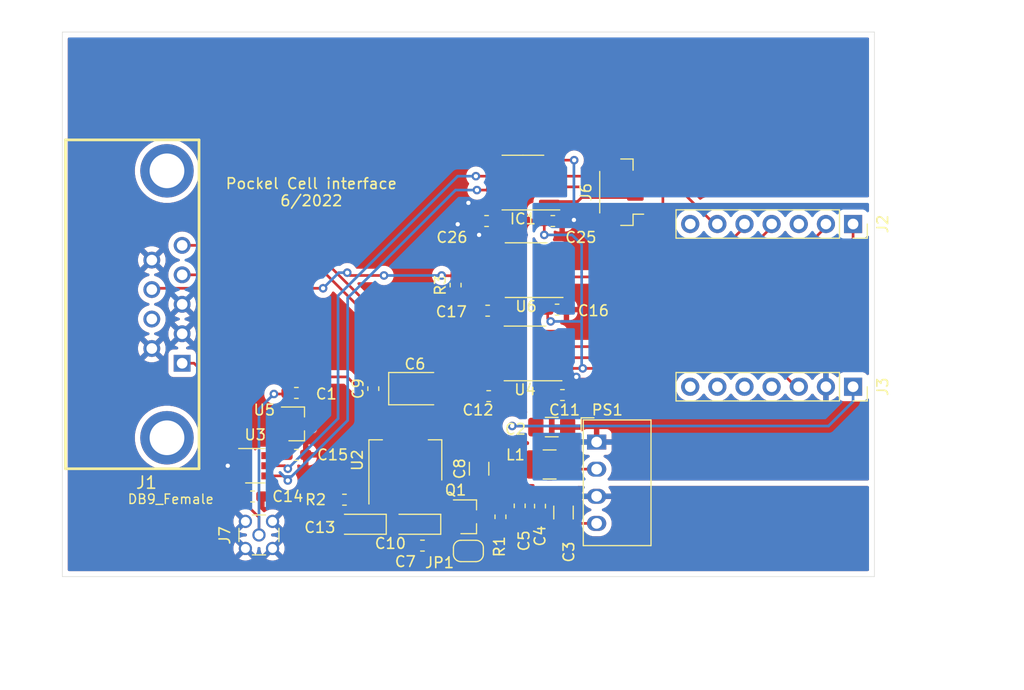
<source format=kicad_pcb>
(kicad_pcb (version 20211014) (generator pcbnew)
  (layers (0 "F.Cu" signal) (31 "B.Cu" signal) (34 "B.Paste" user) (35 "F.Paste" user) (36 "B.SilkS" user "B.Silkscreen") (37 "F.SilkS" user "F.Silkscreen") (38 "B.Mask" user) (39 "F.Mask" user) (44 "Edge.Cuts" user))
  (net 0 "")
  (net 1 "GND")
  (net 2 "GNDPWR")
  (net 3 "Net-(C3-Pad1)")
  (net 4 "Net-(L1-Pad1)")
  (net 5 "VD")
  (net 6 "/Sheet626DA5AD/sda")
  (net 7 "/Sheet626DA5AD/scl")
  (net 8 "+5V")
  (net 9 "Net-(C10-Pad1)")
  (net 10 "Net-(C8-Pad1)")
  (net 11 "Net-(C13-Pad1)")
  (net 12 "Net-(C15-Pad1)")
  (net 13 "Net-(J1-Pad1)")
  (net 15 "Net-(J2-Pad7)")
  (net 16 "/scl")
  (net 17 "/sda")
  (net 18 "Net-(J2-Pad3)")
  (net 19 "Net-(J3-Pad7)")
  (net 20 "Net-(J3-Pad6)")
  (net 21 "Net-(J3-Pad5)")
  (net 22 "Net-(J3-Pad4)")
  (net 23 "/USB_5V")
  (net 24 "/Sheet626DA5AD/in3_mc")
  (net 25 "/error")
  (net 26 "/HVon")
  (net 27 "/reset")
  (net 28 "/A3")
  (net 29 "/A1")
  (net 30 "/A0")
  (footprint "Capacitor_SMD:C_0603_1608Metric_Pad1.05x0.95mm_HandSolder" (layer "F.Cu") (at 109.9 76.8 180)
    (fp_text reference "C1" (at -2.8 -0.1) (layer "F.SilkS"))
    (fp_text value "100nF")
    (pad "1" smd roundrect locked (at -0.875 0 180) (size 1.05 0.95) (layers "F.Cu" "F.Paste" "F.Mask") (net 1 "GND"))
    (pad "2" smd roundrect locked (at 0.875 0 180) (size 1.05 0.95) (layers "F.Cu" "F.Paste" "F.Mask") (net 8 "+5V"))
  )
  (footprint "Connector_JST:JST_SH_BM04B-SRSS-TB_1x04-1MP_P1.00mm_Vertical" (layer "F.Cu") (at 140.3 58 90)
    (fp_text reference "J6" (at 0 -3.3 90) (layer "F.SilkS"))
    (fp_text value "JST_SH_Conn_01x04_i2c_vertical")
    (pad "1" smd roundrect locked (at -1.5 1.325 90) (size 0.6 1.55) (layers "F.Cu" "F.Paste" "F.Mask") (net 2 "GNDPWR"))
    (pad "2" smd roundrect locked (at -0.5 1.325 90) (size 0.6 1.55) (layers "F.Cu" "F.Paste" "F.Mask") (net 5 "VD"))
    (pad "3" smd roundrect locked (at 0.5 1.325 90) (size 0.6 1.55) (layers "F.Cu" "F.Paste" "F.Mask") (net 17 "/sda"))
    (pad "4" smd roundrect locked (at 1.5 1.325 90) (size 0.6 1.55) (layers "F.Cu" "F.Paste" "F.Mask") (net 16 "/scl"))
    (pad "MP" smd roundrect locked (at 2.8 -1.2 90) (size 1.2 1.8) (layers "F.Cu" "F.Paste" "F.Mask") (roundrect_rratio 0.2083333333))
    (pad "MP" smd roundrect locked (at -2.8 -1.2 90) (size 1.2 1.8) (layers "F.Cu" "F.Paste" "F.Mask") (roundrect_rratio 0.2083333333))
  )
  (footprint "Capacitor_SMD:C_1206_3216Metric_Pad1.42x1.75mm_HandSolder" (layer "F.Cu") (at 133.8 80)
    (fp_text reference "C2" (at -3.4 0.2) (layer "F.SilkS"))
    (fp_text value "4.7uF_1206_50V")
    (pad "1" smd roundrect locked (at -1.4875 0) (size 1.425 1.75) (layers "F.Cu" "F.Paste" "F.Mask") (roundrect_rratio 0.1754392982) (net 23 "/USB_5V"))
    (pad "2" smd roundrect locked (at 1.4875 0) (size 1.425 1.75) (layers "F.Cu" "F.Paste" "F.Mask") (roundrect_rratio 0.1754392982) (net 2 "GNDPWR"))
  )
  (footprint "Capacitor_SMD:C_1206_3216Metric_Pad1.42x1.75mm_HandSolder" (layer "F.Cu") (at 134.9 88 90)
    (fp_text reference "C3" (at -3.7 0.5 90) (layer "F.SilkS"))
    (fp_text value "10uF_1206_50V")
    (pad "1" smd roundrect locked (at -1.4875 0 90) (size 1.425 1.75) (layers "F.Cu" "F.Paste" "F.Mask") (roundrect_rratio 0.1754392982) (net 3 "Net-(C3-Pad1)"))
    (pad "2" smd roundrect locked (at 1.4875 0 90) (size 1.425 1.75) (layers "F.Cu" "F.Paste" "F.Mask") (roundrect_rratio 0.1754392982) (net 1 "GND"))
  )
  (footprint "Capacitor_SMD:C_0603_1608Metric_Pad1.05x0.95mm_HandSolder" (layer "F.Cu") (at 132.7 87.4 -90)
    (fp_text reference "C4" (at 2.8 0 90) (layer "F.SilkS"))
    (fp_text value "100nF")
    (pad "1" smd roundrect locked (at -0.875 0 270) (size 1.05 0.95) (layers "F.Cu" "F.Paste" "F.Mask") (net 1 "GND"))
    (pad "2" smd roundrect locked (at 0.875 0 270) (size 1.05 0.95) (layers "F.Cu" "F.Paste" "F.Mask") (net 3 "Net-(C3-Pad1)"))
  )
  (footprint "Capacitor_Tantalum_SMD:CP_EIA-3528-12_Kemet-T" (layer "F.Cu") (at 121 76.4)
    (fp_text reference "C6" (at 0 -2.3) (layer "F.SilkS"))
    (fp_text value "100uF")
    (pad "1" smd roundrect locked (at -1.5375 0) (size 1.325 2.35) (layers "F.Cu" "F.Paste" "F.Mask") (roundrect_rratio 0.1886792453) (net 8 "+5V"))
    (pad "2" smd roundrect locked (at 1.5375 0) (size 1.325 2.35) (layers "F.Cu" "F.Paste" "F.Mask") (roundrect_rratio 0.1886792453) (net 1 "GND"))
  )
  (footprint "0my_footprints:MMCX_JLC" (layer "F.Cu") (at 106.4 90.1 90)
    (fp_text reference "J7" (at -0.04 -3.2 90) (layer "F.SilkS"))
    (fp_text value "MMCX")
    (pad "1" thru_hole circle locked (at 0 0 90) (size 1.24 1.24) (drill 0.84) (layers *.Cu *.Mask) (net 8 "+5V"))
    (pad "2" thru_hole circle locked (at 1.27 1.27 90) (size 1.24 1.24) (drill 0.84) (layers *.Cu *.Mask) (net 1 "GND"))
    (pad "2" thru_hole circle locked (at -1.27 1.27 90) (size 1.24 1.24) (drill 0.84) (layers *.Cu *.Mask) (net 1 "GND"))
    (pad "2" thru_hole circle locked (at -1.27 -1.27 90) (size 1.24 1.24) (drill 0.84) (layers *.Cu *.Mask) (net 1 "GND"))
    (pad "2" thru_hole circle locked (at 1.27 -1.27 90) (size 1.24 1.24) (drill 0.84) (layers *.Cu *.Mask) (net 1 "GND"))
  )
  (footprint "Jumper:SolderJumper-2_P1.3mm_Open_RoundedPad1.0x1.5mm" (layer "F.Cu") (at 126 91.6 180)
    (fp_text reference "JP1" (at 2.7 -1.1) (layer "F.SilkS"))
    (fp_text value "Jumper_2_Open")
    (pad "1" smd custom locked (at -0.65 0 180) (size 1 0.5) (layers "F.Cu" "F.Mask") (net 3 "Net-(C3-Pad1)") (options (clearance outline) (anchor rect)) (primitives (gr_circle (center 0 0.25) (end 0.5 0.25) (width 0) (fill yes)) (gr_circle (center 0 -0.25) (end 0.5 -0.25) (width 0) (fill yes)) (gr_poly (pts (xy 0 -0.75) (xy 0.5 -0.75) (xy 0.5 0.75) (xy 0 0.75)) (width 0) (fill yes))))
    (pad "2" smd custom locked (at 0.65 0 180) (size 1 0.5) (layers "F.Cu" "F.Mask") (net 9 "Net-(C10-Pad1)") (options (clearance outline) (anchor rect)) (primitives (gr_circle (center 0 0.25) (end 0.5 0.25) (width 0) (fill yes)) (gr_circle (center 0 -0.25) (end 0.5 -0.25) (width 0) (fill yes)) (gr_poly (pts (xy 0 -0.75) (xy -0.5 -0.75) (xy -0.5 0.75) (xy 0 0.75)) (width 0) (fill yes))))
  )
  (footprint "Inductor_SMD:L_1210_3225Metric_Pad1.42x2.65mm_HandSolder" (layer "F.Cu") (at 133.6 83.5 180)
    (fp_text reference "L1" (at 3.2 0.9) (layer "F.SilkS"))
    (fp_text value "6.8uH")
    (pad "1" smd roundrect locked (at -1.4875 0 180) (size 1.425 2.65) (layers "F.Cu" "F.Paste" "F.Mask") (roundrect_rratio 0.1754392982) (net 4 "Net-(L1-Pad1)"))
    (pad "2" smd roundrect locked (at 1.4875 0 180) (size 1.425 2.65) (layers "F.Cu" "F.Paste" "F.Mask") (roundrect_rratio 0.1754392982) (net 23 "/USB_5V"))
  )
  (footprint "Converter_DCDC:Converter_DCDC_muRata_CRE1xxxxxx3C_THT" (layer "F.Cu") (at 138 81.4)
    (fp_text reference "PS1" (at 1 -3) (layer "F.SilkS"))
    (fp_text value "B0512S-1WR3")
    (pad "1" thru_hole rect locked (at 0 0 270) (size 1.4 1.8) (drill 1) (layers *.Cu *.Mask) (net 2 "GNDPWR"))
    (pad "2" thru_hole oval locked (at 0 2.54 270) (size 1.4 1.8) (drill 1) (layers *.Cu *.Mask) (net 4 "Net-(L1-Pad1)"))
    (pad "3" thru_hole oval locked (at 0 5.08 270) (size 1.4 1.8) (drill 1) (layers *.Cu *.Mask) (net 1 "GND"))
    (pad "4" thru_hole oval locked (at 0 7.62 270) (size 1.4 1.8) (drill 1) (layers *.Cu *.Mask) (net 3 "Net-(C3-Pad1)"))
  )
  (footprint "Package_TO_SOT_SMD:SOT-23" (layer "F.Cu") (at 126 88.4)
    (fp_text reference "Q1" (at -1.2 -2.5) (layer "F.SilkS"))
    (fp_text value "BC847C")
    (pad "1" smd rect locked (at -1 -0.95) (size 0.9 0.8) (layers "F.Cu" "F.Paste" "F.Mask") (net 10 "Net-(C8-Pad1)"))
    (pad "2" smd rect locked (at -1 0.95) (size 0.9 0.8) (layers "F.Cu" "F.Paste" "F.Mask") (net 9 "Net-(C10-Pad1)"))
    (pad "3" smd rect locked (at 1 0) (size 0.9 0.8) (layers "F.Cu" "F.Paste" "F.Mask") (net 3 "Net-(C3-Pad1)"))
  )
  (footprint "Resistor_SMD:R_0603_1608Metric_Pad1.05x0.95mm_HandSolder" (layer "F.Cu") (at 129 88.4 90)
    (fp_text reference "R1" (at -2.8 -0.1 90) (layer "F.SilkS"))
    (fp_text value "1K")
    (pad "1" smd roundrect locked (at -0.875 0 90) (size 1.05 0.95) (layers "F.Cu" "F.Paste" "F.Mask") (net 3 "Net-(C3-Pad1)"))
    (pad "2" smd roundrect locked (at 0.875 0 90) (size 1.05 0.95) (layers "F.Cu" "F.Paste" "F.Mask") (net 10 "Net-(C8-Pad1)"))
  )
  (footprint "Capacitor_SMD:C_0603_1608Metric_Pad1.05x0.95mm_HandSolder" (layer "F.Cu") (at 121.7 91.1 180)
    (fp_text reference "C7" (at 1.6 -1.5) (layer "F.SilkS"))
    (fp_text value "1uF")
    (pad "1" smd roundrect locked (at -0.875 0 180) (size 1.05 0.95) (layers "F.Cu" "F.Paste" "F.Mask") (net 9 "Net-(C10-Pad1)"))
    (pad "2" smd roundrect locked (at 0.875 0 180) (size 1.05 0.95) (layers "F.Cu" "F.Paste" "F.Mask") (net 1 "GND"))
  )
  (footprint "Capacitor_SMD:C_0603_1608Metric_Pad1.05x0.95mm_HandSolder" (layer "F.Cu") (at 133.9 60.7)
    (fp_text reference "C25" (at 2.625 1.53) (layer "F.SilkS"))
    (fp_text value "100nF")
    (pad "1" smd roundrect locked (at -0.875 0) (size 1.05 0.95) (layers "F.Cu" "F.Paste" "F.Mask") (net 5 "VD"))
    (pad "2" smd roundrect locked (at 0.875 0) (size 1.05 0.95) (layers "F.Cu" "F.Paste" "F.Mask") (net 2 "GNDPWR"))
  )
  (footprint "Capacitor_SMD:C_0603_1608Metric_Pad1.05x0.95mm_HandSolder" (layer "F.Cu") (at 127.7 60.7)
    (fp_text reference "C26" (at -3.24 1.53) (layer "F.SilkS"))
    (fp_text value "100nF")
    (pad "1" smd roundrect locked (at -0.875 0) (size 1.05 0.95) (layers "F.Cu" "F.Paste" "F.Mask") (net 1 "GND"))
    (pad "2" smd roundrect locked (at 0.875 0) (size 1.05 0.95) (layers "F.Cu" "F.Paste" "F.Mask") (net 8 "+5V"))
  )
  (footprint "Capacitor_SMD:C_0603_1608Metric_Pad1.05x0.95mm_HandSolder" (layer "F.Cu") (at 127.9 77.1)
    (fp_text reference "C12" (at -1 1.3) (layer "F.SilkS"))
    (fp_text value "100nF")
    (pad "1" smd roundrect locked (at -0.875 0) (size 1.05 0.95) (layers "F.Cu" "F.Paste" "F.Mask") (net 1 "GND"))
    (pad "2" smd roundrect locked (at 0.875 0) (size 1.05 0.95) (layers "F.Cu" "F.Paste" "F.Mask") (net 8 "+5V"))
  )
  (footprint "Capacitor_SMD:C_0603_1608Metric_Pad1.05x0.95mm_HandSolder" (layer "F.Cu") (at 134.8 77)
    (fp_text reference "C11" (at 0.2 1.4) (layer "F.SilkS"))
    (fp_text value "100nF")
    (pad "1" smd roundrect locked (at -0.875 0) (size 1.05 0.95) (layers "F.Cu" "F.Paste" "F.Mask") (net 5 "VD"))
    (pad "2" smd roundrect locked (at 0.875 0) (size 1.05 0.95) (layers "F.Cu" "F.Paste" "F.Mask") (net 2 "GNDPWR"))
  )
  (footprint "Capacitor_SMD:C_0603_1608Metric_Pad1.05x0.95mm_HandSolder" (layer "F.Cu") (at 130.8 87.375 -90)
    (fp_text reference "C5" (at 3.275 -0.4 90) (layer "F.SilkS"))
    (fp_text value "10nF")
    (pad "1" smd roundrect locked (at -0.875 0 270) (size 1.05 0.95) (layers "F.Cu" "F.Paste" "F.Mask") (net 1 "GND"))
    (pad "2" smd roundrect locked (at 0.875 0 270) (size 1.05 0.95) (layers "F.Cu" "F.Paste" "F.Mask") (net 3 "Net-(C3-Pad1)"))
  )
  (footprint "Package_SO:SOIC-8_3.9x4.9mm_P1.27mm" (layer "F.Cu") (at 131.3 73.1 180)
    (fp_text reference "U4" (at 0 -3.4) (layer "F.SilkS"))
    (fp_text value "PI120")
    (pad "1" smd roundrect locked (at -2.475 -1.905 180) (size 1.95 0.6) (layers "F.Cu" "F.Paste" "F.Mask") (net 5 "VD"))
    (pad "2" smd roundrect locked (at -2.475 -0.635 180) (size 1.95 0.6) (layers "F.Cu" "F.Paste" "F.Mask") (net 30 "/A0"))
    (pad "3" smd roundrect locked (at -2.475 0.635 180) (size 1.95 0.6) (layers "F.Cu" "F.Paste" "F.Mask") (net 29 "/A1"))
    (pad "4" smd roundrect locked (at -2.475 1.905 180) (size 1.95 0.6) (layers "F.Cu" "F.Paste" "F.Mask") (net 2 "GNDPWR"))
    (pad "5" smd roundrect locked (at 2.475 1.905 180) (size 1.95 0.6) (layers "F.Cu" "F.Paste" "F.Mask") (net 1 "GND"))
    (pad "6" smd roundrect locked (at 2.475 0.635 180) (size 1.95 0.6) (layers "F.Cu" "F.Paste" "F.Mask") (net 26 "/HVon"))
    (pad "7" smd roundrect locked (at 2.475 -0.635 180) (size 1.95 0.6) (layers "F.Cu" "F.Paste" "F.Mask") (net 27 "/reset"))
    (pad "8" smd roundrect locked (at 2.475 -1.905 180) (size 1.95 0.6) (layers "F.Cu" "F.Paste" "F.Mask") (net 8 "+5V"))
  )
  (footprint "Capacitor_SMD:C_1206_3216Metric_Pad1.42x1.75mm_HandSolder" (layer "F.Cu") (at 127 83.9 90)
    (fp_text reference "C8" (at 0 -1.82 90) (layer "F.SilkS"))
    (fp_text value "47uF_1206_25V")
    (pad "1" smd roundrect locked (at -1.4875 0 90) (size 1.425 1.75) (layers "F.Cu" "F.Paste" "F.Mask") (roundrect_rratio 0.1754392982) (net 10 "Net-(C8-Pad1)"))
    (pad "2" smd roundrect locked (at 1.4875 0 90) (size 1.425 1.75) (layers "F.Cu" "F.Paste" "F.Mask") (roundrect_rratio 0.1754392982) (net 1 "GND"))
  )
  (footprint "Capacitor_Tantalum_SMD:CP_EIA-3216-18_Kemet-A" (layer "F.Cu") (at 121.1 89.1 180)
    (fp_text reference "C10" (at 2.4 -1.8) (layer "F.SilkS"))
    (fp_text value "10uF")
    (pad "1" smd roundrect locked (at -1.35 0 180) (size 1.4 1.35) (layers "F.Cu" "F.Paste" "F.Mask") (roundrect_rratio 0.1851851852) (net 9 "Net-(C10-Pad1)"))
    (pad "2" smd roundrect locked (at 1.35 0 180) (size 1.4 1.35) (layers "F.Cu" "F.Paste" "F.Mask") (roundrect_rratio 0.1851851852) (net 1 "GND"))
  )
  (footprint "Capacitor_Tantalum_SMD:CP_EIA-3216-18_Kemet-A" (layer "F.Cu") (at 116 89.1 180)
    (fp_text reference "C13" (at 3.9 -0.3) (layer "F.SilkS"))
    (fp_text value "10uF")
    (pad "1" smd roundrect locked (at -1.35 0 180) (size 1.4 1.35) (layers "F.Cu" "F.Paste" "F.Mask") (roundrect_rratio 0.1851851852) (net 11 "Net-(C13-Pad1)"))
    (pad "2" smd roundrect locked (at 1.35 0 180) (size 1.4 1.35) (layers "F.Cu" "F.Paste" "F.Mask") (roundrect_rratio 0.1851851852) (net 1 "GND"))
  )
  (footprint "Resistor_SMD:R_0603_1608Metric_Pad1.05x0.95mm_HandSolder" (layer "F.Cu") (at 114.4 86.8 180)
    (fp_text reference "R2" (at 2.7 0) (layer "F.SilkS"))
    (fp_text value "100")
    (pad "1" smd roundrect locked (at -0.875 0 180) (size 1.05 0.95) (layers "F.Cu" "F.Paste" "F.Mask") (net 11 "Net-(C13-Pad1)"))
    (pad "2" smd roundrect locked (at 0.875 0 180) (size 1.05 0.95) (layers "F.Cu" "F.Paste" "F.Mask") (net 1 "GND"))
  )
  (footprint "Package_TO_SOT_SMD:SOT-223-3_TabPin2" (layer "F.Cu") (at 120.1 83.1 90)
    (fp_text reference "U2" (at 0 -4.5 90) (layer "F.SilkS"))
    (fp_text value "AMS1117-5.0")
    (pad "1" smd rect locked (at -3.15 -2.3 90) (size 2 1.5) (layers "F.Cu" "F.Paste" "F.Mask") (net 11 "Net-(C13-Pad1)"))
    (pad "2" smd rect locked (at -3.15 0 90) (size 2 1.5) (layers "F.Cu" "F.Paste" "F.Mask") (net 8 "+5V"))
    (pad "2" smd rect locked (at 3.15 0 90) (size 2 3.8) (layers "F.Cu" "F.Paste" "F.Mask") (net 8 "+5V"))
    (pad "3" smd rect locked (at -3.15 2.3 90) (size 2 1.5) (layers "F.Cu" "F.Paste" "F.Mask") (net 9 "Net-(C10-Pad1)"))
  )
  (footprint "Capacitor_SMD:C_0603_1608Metric_Pad1.05x0.95mm_HandSolder" (layer "F.Cu") (at 117.1 76.4 90)
    (fp_text reference "C9" (at 0 -1.43 90) (layer "F.SilkS"))
    (fp_text value "1uF")
    (pad "1" smd roundrect locked (at -0.875 0 90) (size 1.05 0.95) (layers "F.Cu" "F.Paste" "F.Mask") (net 8 "+5V"))
    (pad "2" smd roundrect locked (at 0.875 0 90) (size 1.05 0.95) (layers "F.Cu" "F.Paste" "F.Mask") (net 1 "GND"))
  )
  (footprint "Capacitor_SMD:C_0603_1608Metric_Pad1.05x0.95mm_HandSolder" (layer "F.Cu") (at 105.8 86.5)
    (fp_text reference "C14" (at 3.3 0) (layer "F.SilkS"))
    (fp_text value "100nF")
    (pad "1" smd roundrect locked (at -0.875 0) (size 1.05 0.95) (layers "F.Cu" "F.Paste" "F.Mask") (net 8 "+5V"))
    (pad "2" smd roundrect locked (at 0.875 0) (size 1.05 0.95) (layers "F.Cu" "F.Paste" "F.Mask") (net 1 "GND"))
  )
  (footprint "Capacitor_SMD:C_0603_1608Metric_Pad1.05x0.95mm_HandSolder" (layer "F.Cu") (at 109.9 82.6)
    (fp_text reference "C15" (at 3.4 0) (layer "F.SilkS"))
    (fp_text value "1uF")
    (pad "1" smd roundrect locked (at -0.875 0) (size 1.05 0.95) (layers "F.Cu" "F.Paste" "F.Mask") (net 12 "Net-(C15-Pad1)"))
    (pad "2" smd roundrect locked (at 0.875 0) (size 1.05 0.95) (layers "F.Cu" "F.Paste" "F.Mask") (net 1 "GND"))
  )
  (footprint "Package_TO_SOT_SMD:SOT-23-6" (layer "F.Cu") (at 106.05 83.62)
    (fp_text reference "U3" (at 0 -2.9) (layer "F.SilkS"))
    (fp_text value "MCP4726")
    (pad "1" smd rect locked (at -1.1 -0.95) (size 1.06 0.65) (layers "F.Cu" "F.Paste" "F.Mask") (net 13 "Net-(J1-Pad1)"))
    (pad "2" smd rect locked (at -1.1 0) (size 1.06 0.65) (layers "F.Cu" "F.Paste" "F.Mask") (net 1 "GND"))
    (pad "3" smd rect locked (at -1.1 0.95) (size 1.06 0.65) (layers "F.Cu" "F.Paste" "F.Mask") (net 8 "+5V"))
    (pad "4" smd rect locked (at 1.1 0.95) (size 1.06 0.65) (layers "F.Cu" "F.Paste" "F.Mask") (net 6 "/Sheet626DA5AD/sda"))
    (pad "5" smd rect locked (at 1.1 0) (size 1.06 0.65) (layers "F.Cu" "F.Paste" "F.Mask") (net 7 "/Sheet626DA5AD/scl"))
    (pad "6" smd rect locked (at 1.1 -0.95) (size 1.06 0.65) (layers "F.Cu" "F.Paste" "F.Mask") (net 12 "Net-(C15-Pad1)"))
  )
  (footprint "Package_TO_SOT_SMD:SOT-23" (layer "F.Cu") (at 109.9 79.7)
    (fp_text reference "U5" (at -3 -1.3) (layer "F.SilkS"))
    (fp_text value "REF3025")
    (pad "1" smd rect locked (at -1 -0.95) (size 0.9 0.8) (layers "F.Cu" "F.Paste" "F.Mask") (net 8 "+5V"))
    (pad "2" smd rect locked (at -1 0.95) (size 0.9 0.8) (layers "F.Cu" "F.Paste" "F.Mask") (net 12 "Net-(C15-Pad1)"))
    (pad "3" smd rect locked (at 1 0) (size 0.9 0.8) (layers "F.Cu" "F.Paste" "F.Mask") (net 1 "GND"))
  )
  (footprint "0my_footprints:DSUB-TH_DS1037-09FNAKT74-0CC" (layer "F.Cu") (at 97.79 68.5 180)
    (fp_text reference "J1" (at 3 -16.7 180) (layer "F.SilkS") (effects (font (size 1.143 1.143) (thickness 0.152)) (justify left)))
    (fp_text value "DB9_Female" (at 3.75 -18.25 180) (layer "F.SilkS") (effects (font (size 0.889 0.889) (thickness 0.127)) (justify left)))
    (pad "0" thru_hole circle (at 0 12.5 270) (size 5 5) (drill 3.25) (layers *.Cu *.Paste *.Mask))
    (pad "0" thru_hole circle (at 0 -12.5 270) (size 5 5) (drill 3.25) (layers *.Cu *.Paste *.Mask))
    (pad "1" thru_hole rect (at -1.42 -5.52 270) (size 1.575 1.575) (drill 1) (layers *.Cu *.Paste *.Mask) (net 13 "Net-(J1-Pad1)"))
    (pad "2" thru_hole circle (at -1.42 -2.76 270) (size 1.575 1.575) (drill 1) (layers *.Cu *.Paste *.Mask) (net 1 "GND"))
    (pad "3" thru_hole circle (at -1.42 0 270) (size 1.575 1.575) (drill 1) (layers *.Cu *.Paste *.Mask) (net 1 "GND"))
    (pad "4" thru_hole circle (at -1.42 2.76 270) (size 1.575 1.575) (drill 1) (layers *.Cu *.Paste *.Mask) (net 27 "/reset"))
    (pad "5" thru_hole circle (at -1.42 5.52 270) (size 1.575 1.575) (drill 1) (layers *.Cu *.Paste *.Mask) (net 26 "/HVon"))
    (pad "6" thru_hole circle (at 1.42 -4.14 270) (size 1.575 1.575) (drill 1) (layers *.Cu *.Paste *.Mask) (net 1 "GND"))
    (pad "7" thru_hole circle (at 1.42 -1.38 270) (size 1.575 1.575) (drill 1) (layers *.Cu *.Paste *.Mask))
    (pad "8" thru_hole circle (at 1.42 1.38 270) (size 1.575 1.575) (drill 1) (layers *.Cu *.Paste *.Mask) (net 25 "/error"))
    (pad "9" thru_hole circle (at 1.42 4.14 270) (size 1.575 1.575) (drill 1) (layers *.Cu *.Paste *.Mask) (net 1 "GND"))
  )
  (footprint "Capacitor_SMD:C_0603_1608Metric_Pad1.05x0.95mm_HandSolder" (layer "F.Cu") (at 134.3 69)
    (fp_text reference "C16" (at 3.4 0.1) (layer "F.SilkS"))
    (fp_text value "100nF")
    (pad "1" smd roundrect locked (at -0.875 0) (size 1.05 0.95) (layers "F.Cu" "F.Paste" "F.Mask") (net 5 "VD"))
    (pad "2" smd roundrect locked (at 0.875 0) (size 1.05 0.95) (layers "F.Cu" "F.Paste" "F.Mask") (net 2 "GNDPWR"))
  )
  (footprint "Capacitor_SMD:C_0603_1608Metric_Pad1.05x0.95mm_HandSolder" (layer "F.Cu") (at 127.8 69.1)
    (fp_text reference "C17" (at -3.4 0.1) (layer "F.SilkS"))
    (fp_text value "100nF")
    (pad "1" smd roundrect locked (at -0.875 0) (size 1.05 0.95) (layers "F.Cu" "F.Paste" "F.Mask") (net 1 "GND"))
    (pad "2" smd roundrect locked (at 0.875 0) (size 1.05 0.95) (layers "F.Cu" "F.Paste" "F.Mask") (net 8 "+5V"))
  )
  (footprint "Package_SO:SOIC-8_3.9x4.9mm_P1.27mm" (layer "F.Cu") (at 131.1 57.1 180)
    (fp_text reference "IC1" (at 0 -3.4) (layer "F.SilkS"))
    (fp_text value "ISO1541DR")
    (pad "1" smd roundrect locked (at -2.475 -1.905 180) (size 1.95 0.6) (layers "F.Cu" "F.Paste" "F.Mask") (net 5 "VD"))
    (pad "2" smd roundrect locked (at -2.475 -0.635 180) (size 1.95 0.6) (layers "F.Cu" "F.Paste" "F.Mask") (net 17 "/sda"))
    (pad "3" smd roundrect locked (at -2.475 0.635 180) (size 1.95 0.6) (layers "F.Cu" "F.Paste" "F.Mask") (net 16 "/scl"))
    (pad "4" smd roundrect locked (at -2.475 1.905 180) (size 1.95 0.6) (layers "F.Cu" "F.Paste" "F.Mask") (net 2 "GNDPWR"))
    (pad "5" smd roundrect locked (at 2.475 1.905 180) (size 1.95 0.6) (layers "F.Cu" "F.Paste" "F.Mask") (net 1 "GND"))
    (pad "6" smd roundrect locked (at 2.475 0.635 180) (size 1.95 0.6) (layers "F.Cu" "F.Paste" "F.Mask") (net 7 "/Sheet626DA5AD/scl"))
    (pad "7" smd roundrect locked (at 2.475 -0.635 180) (size 1.95 0.6) (layers "F.Cu" "F.Paste" "F.Mask") (net 6 "/Sheet626DA5AD/sda"))
    (pad "8" smd roundrect locked (at 2.475 -1.905 180) (size 1.95 0.6) (layers "F.Cu" "F.Paste" "F.Mask") (net 8 "+5V"))
  )
  (footprint "Connector_PinSocket_2.54mm:PinSocket_1x07_P2.54mm_Vertical" (layer "F.Cu") (at 162 60.98 -90)
    (fp_text reference "J2" (at 0 -2.77 90) (layer "F.SilkS"))
    (fp_text value "Conn_01x07")
    (pad "1" thru_hole rect locked (at 0 0 270) (size 1.7 1.7) (drill 1) (layers *.Cu *.Mask) (net 30 "/A0"))
    (pad "2" thru_hole oval locked (at 0 2.54 270) (size 1.7 1.7) (drill 1) (layers *.Cu *.Mask) (net 29 "/A1"))
    (pad "3" thru_hole oval locked (at 0 5.08 270) (size 1.7 1.7) (drill 1) (layers *.Cu *.Mask) (net 18 "Net-(J2-Pad3)"))
    (pad "4" thru_hole oval locked (at 0 7.62 270) (size 1.7 1.7) (drill 1) (layers *.Cu *.Mask) (net 28 "/A3"))
    (pad "5" thru_hole oval locked (at 0 10.16 270) (size 1.7 1.7) (drill 1) (layers *.Cu *.Mask) (net 17 "/sda"))
    (pad "6" thru_hole oval locked (at 0 12.7 270) (size 1.7 1.7) (drill 1) (layers *.Cu *.Mask) (net 16 "/scl"))
    (pad "7" thru_hole oval locked (at 0 15.24 270) (size 1.7 1.7) (drill 1) (layers *.Cu *.Mask) (net 15 "Net-(J2-Pad7)"))
  )
  (footprint "Connector_PinSocket_2.54mm:PinSocket_1x07_P2.54mm_Vertical" (layer "F.Cu") (at 162 76.22 -90)
    (fp_text reference "J3" (at 0 -2.77 90) (layer "F.SilkS"))
    (fp_text value "Conn_01x07")
    (pad "1" thru_hole rect locked (at 0 0 270) (size 1.7 1.7) (drill 1) (layers *.Cu *.Mask) (net 23 "/USB_5V"))
    (pad "2" thru_hole oval locked (at 0 2.54 270) (size 1.7 1.7) (drill 1) (layers *.Cu *.Mask) (net 2 "GNDPWR"))
    (pad "3" thru_hole oval locked (at 0 5.08 270) (size 1.7 1.7) (drill 1) (layers *.Cu *.Mask) (net 5 "VD"))
    (pad "4" thru_hole oval locked (at 0 7.62 270) (size 1.7 1.7) (drill 1) (layers *.Cu *.Mask) (net 22 "Net-(J3-Pad4)"))
    (pad "5" thru_hole oval locked (at 0 10.16 270) (size 1.7 1.7) (drill 1) (layers *.Cu *.Mask) (net 21 "Net-(J3-Pad5)"))
    (pad "6" thru_hole oval locked (at 0 12.7 270) (size 1.7 1.7) (drill 1) (layers *.Cu *.Mask) (net 20 "Net-(J3-Pad6)"))
    (pad "7" thru_hole oval locked (at 0 15.24 270) (size 1.7 1.7) (drill 1) (layers *.Cu *.Mask) (net 19 "Net-(J3-Pad7)"))
  )
  (footprint "Package_SO:SOIC-8_3.9x4.9mm_P1.27mm" (layer "F.Cu") (at 131.4 65.3 180)
    (fp_text reference "U6" (at 0 -3.4) (layer "F.SilkS"))
    (fp_text value "PI122")
    (pad "1" smd roundrect locked (at -2.475 -1.905 180) (size 1.95 0.6) (layers "F.Cu" "F.Paste" "F.Mask") (net 5 "VD"))
    (pad "2" smd roundrect locked (at -2.475 -0.635 180) (size 1.95 0.6) (layers "F.Cu" "F.Paste" "F.Mask") (net 28 "/A3"))
    (pad "3" smd roundrect locked (at -2.475 0.635 180) (size 1.95 0.6) (layers "F.Cu" "F.Paste" "F.Mask") (net 24 "/Sheet626DA5AD/in3_mc"))
    (pad "4" smd roundrect locked (at -2.475 1.905 180) (size 1.95 0.6) (layers "F.Cu" "F.Paste" "F.Mask") (net 2 "GNDPWR"))
    (pad "5" smd roundrect locked (at 2.475 1.905 180) (size 1.95 0.6) (layers "F.Cu" "F.Paste" "F.Mask") (net 1 "GND"))
    (pad "6" smd roundrect locked (at 2.475 0.635 180) (size 1.95 0.6) (layers "F.Cu" "F.Paste" "F.Mask") (net 8 "+5V"))
    (pad "7" smd roundrect locked (at 2.475 -0.635 180) (size 1.95 0.6) (layers "F.Cu" "F.Paste" "F.Mask") (net 25 "/error"))
    (pad "8" smd roundrect locked (at 2.475 -1.905 180) (size 1.95 0.6) (layers "F.Cu" "F.Paste" "F.Mask") (net 8 "+5V"))
  )
  (footprint "Resistor_SMD:R_0603_1608Metric_Pad1.05x0.95mm_HandSolder" (layer "F.Cu") (at 124.8 66.7 90)
    (fp_text reference "R3" (at 0 -1.43 90) (layer "F.SilkS"))
    (fp_text value "4.7K")
    (pad "1" smd roundrect locked (at -0.875 0 90) (size 1.05 0.95) (layers "F.Cu" "F.Paste" "F.Mask") (net 8 "+5V"))
    (pad "2" smd roundrect locked (at 0.875 0 90) (size 1.05 0.95) (layers "F.Cu" "F.Paste" "F.Mask") (net 25 "/error"))
  )
  (gr_line (start 88 43) (end 88 94) (layer "Edge.Cuts") (width 0.05))
  (gr_line (start 164 94) (end 164 43) (layer "Edge.Cuts") (width 0.05))
  (gr_line (start 164 43) (end 88 43) (layer "Edge.Cuts") (width 0.05))
  (gr_line (start 88 94) (end 164 94) (layer "Edge.Cuts") (width 0.05))
  (gr_text "Pockel Cell interface\n6/2022\n" (at 111.3 58) (layer "F.SilkS") (effects (font (size 1 1))))
  (segment (start 126.825 61.825) (end 127 62) (width 0.25) (layer "F.Cu") (net 1))
  (segment (start 103.48 83.62) (end 103.48 87.18) (width 0.25) (layer "F.Cu") (net 1))
  (segment (start 119.75 89.1) (end 119.75 90.55) (width 0.25) (layer "F.Cu") (net 1))
  (segment (start 126.825 60.7) (end 125.3 60.7) (width 0.25) (layer "F.Cu") (net 1))
  (segment (start 126.825 60.7) (end 126.825 61.825) (width 0.25) (layer "F.Cu") (net 1))
  (segment (start 103.48 87.18) (end 105.13 88.83) (width 0.25) (layer "F.Cu") (net 1))
  (segment (start 120.3 91.1) (end 120.825 91.1) (width 0.25) (layer "F.Cu") (net 1))
  (segment (start 104.95 83.62) (end 103.48 83.62) (width 0.25) (layer "F.Cu") (net 1))
  (segment (start 126.825 60.7) (end 126.825 59.825) (width 0.25) (layer "F.Cu") (net 1))
  (segment (start 119.75 90.55) (end 120.3 91.1) (width 0.25) (layer "F.Cu") (net 1))
  (segment (start 125.3 60.7) (end 125 61) (width 0.25) (layer "F.Cu") (net 1))
  (segment (start 126.825 59.825) (end 126 59) (width 0.25) (layer "F.Cu") (net 1))
  (via (at 127 62) (size 0.8) (drill 0.4) (layers "F.Cu" "B.Cu") (net 1))
  (via (at 125 61) (size 0.8) (drill 0.4) (layers "F.Cu" "B.Cu") (net 1))
  (via (at 103.48 83.62) (size 0.8) (drill 0.4) (layers "F.Cu" "B.Cu") (net 1))
  (via (at 126 59) (size 0.8) (drill 0.4) (layers "F.Cu" "B.Cu") (net 1))
  (segment (start 99.02 71.26) (end 103.48 75.72) (width 0.25) (layer "B.Cu") (net 1))
  (segment (start 103.48 75.72) (end 103.48 83.62) (width 0.25) (layer "B.Cu") (net 1))
  (segment (start 141.625 59.5) (end 136.975 59.5) (width 0.25) (layer "F.Cu") (net 2))
  (segment (start 136.975 59.5) (end 135.875 60.6) (width 0.25) (layer "F.Cu") (net 2))
  (segment (start 134.875 60.6) (end 134.775 60.7) (width 0.25) (layer "F.Cu") (net 2))
  (segment (start 136.3 75.5) (end 136.1 75.3) (width 0.25) (layer "F.Cu") (net 2))
  (segment (start 133.64 55) (end 133.575 55.065) (width 0.25) (layer "F.Cu") (net 2))
  (segment (start 135.2875 80) (end 135.2875 77.3875) (width 0.25) (layer "F.Cu") (net 2))
  (segment (start 135.2875 80.875) (end 135.2875 80) (width 0.25) (layer "F.Cu") (net 2))
  (segment (start 138.4 75.5) (end 136.3 75.5) (width 0.25) (layer "F.Cu") (net 2))
  (segment (start 135.2875 77.3875) (end 135.675 77) (width 0.25) (layer "F.Cu") (net 2))
  (segment (start 136.9 77) (end 135.675 77) (width 0.25) (layer "F.Cu") (net 2))
  (segment (start 135.875 60.6) (end 134.875 60.6) (width 0.25) (layer "F.Cu") (net 2))
  (segment (start 138 81.4) (end 135.8125 81.4) (width 0.25) (layer "F.Cu") (net 2))
  (segment (start 138.4 75.5) (end 136.9 77) (width 0.25) (layer "F.Cu") (net 2))
  (segment (start 135.9 55) (end 133.64 55) (width 0.25) (layer "F.Cu") (net 2))
  (segment (start 135.8125 81.4) (end 135.2875 80.875) (width 0.25) (layer "F.Cu") (net 2))
  (via (at 135.875 60.6) (size 0.8) (drill 0.4) (layers "F.Cu" "B.Cu") (net 2))
  (via (at 136.1 75.3) (size 0.8) (drill 0.4) (layers "F.Cu" "B.Cu") (net 2))
  (via (at 135.9 55) (size 0.8) (drill 0.4) (layers "F.Cu" "B.Cu") (net 2))
  (segment (start 135.875 55.025) (end 135.9 55) (width 0.25) (layer "B.Cu") (net 2))
  (segment (start 135.875 60.6) (end 135.875 55.025) (width 0.25) (layer "B.Cu") (net 2))
  (segment (start 127 91.25) (end 126.65 91.6) (width 0.25) (layer "F.Cu") (net 3))
  (segment (start 135.3675 89.02) (end 134.9 89.4875) (width 0.25) (layer "F.Cu") (net 3))
  (segment (start 127 88.4) (end 127 91.25) (width 0.25) (layer "F.Cu") (net 3))
  (segment (start 134.9 88.775) (end 134.4 88.275) (width 0.25) (layer "F.Cu") (net 3))
  (segment (start 132.7 88.275) (end 130 88.275) (width 0.25) (layer "F.Cu") (net 3))
  (segment (start 127 89.05) (end 127 88.4) (width 0.25) (layer "F.Cu") (net 3))
  (segment (start 129 89.275) (end 127.225 89.275) (width 0.25) (layer "F.Cu") (net 3))
  (segment (start 138 89.02) (end 135.3675 89.02) (width 0.25) (layer "F.Cu") (net 3))
  (segment (start 134.4 88.275) (end 133.175 88.275) (width 0.25) (layer "F.Cu") (net 3))
  (segment (start 134.9 89.4875) (end 134.9 88.775) (width 0.25) (layer "F.Cu") (net 3))
  (segment (start 130 88.275) (end 129 89.275) (width 0.25) (layer "F.Cu") (net 3))
  (segment (start 133.175 88.275) (end 132.7 88.275) (width 0.25) (layer "F.Cu") (net 3))
  (segment (start 127.225 89.275) (end 127 89.05) (width 0.25) (layer "F.Cu") (net 3))
  (segment (start 135.5275 83.94) (end 135.0875 83.5) (width 0.25) (layer "F.Cu") (net 4))
  (segment (start 138 83.94) (end 135.5275 83.94) (width 0.25) (layer "F.Cu") (net 4))
  (segment (start 133.025 60.7) (end 133.025 60.225) (width 0.25) (layer "F.Cu") (net 5))
  (segment (start 135.8 74.5) (end 136.7 74.5) (width 0.25) (layer "F.Cu") (net 5))
  (segment (start 133.425 69.825) (end 133.7 70.1) (width 0.25) (layer "F.Cu") (net 5))
  (segment (start 135.295 75.155) (end 135.295 75.005) (width 0.25) (layer "F.Cu") (net 5))
  (segment (start 133.875 67.205) (end 134.745 67.205) (width 0.25) (layer "F.Cu") (net 5))
  (segment (start 133.1 60.775) (end 133.025 60.7) (width 0.25) (layer "F.Cu") (net 5))
  (segment (start 134.745 67.205) (end 133.425 68.525) (width 0.25) (layer "F.Cu") (net 5))
  (segment (start 136.6 58.5) (end 141.625 58.5) (width 0.25) (layer "F.Cu") (net 5))
  (segment (start 133.925 77) (end 133.925 76.525) (width 0.25) (layer "F.Cu") (net 5))
  (segment (start 133.025 60.225) (end 133.55 59.7) (width 0.25) (layer "F.Cu") (net 5))
  (segment (start 133.425 69) (end 133.425 69.825) (width 0.25) (layer "F.Cu") (net 5))
  (segment (start 133.925 76.525) (end 135.295 75.155) (width 0.25) (layer "F.Cu") (net 5))
  (segment (start 135.4 59.7) (end 136.6 58.5) (width 0.25) (layer "F.Cu") (net 5))
  (segment (start 133.575 58.875) (end 136.225 58.875) (width 0.25) (layer "F.Cu") (net 5))
  (segment (start 136.225 58.875) (end 136.6 58.5) (width 0.25) (layer "F.Cu") (net 5))
  (segment (start 133.1 62) (end 133.1 60.775) (width 0.25) (layer "F.Cu") (net 5))
  (segment (start 135.295 75.005) (end 135.8 74.5) (width 0.25) (layer "F.Cu") (net 5))
  (segment (start 133.55 59.7) (end 135.4 59.7) (width 0.25) (layer "F.Cu") (net 5))
  (segment (start 136.7 74.5) (end 154.92 74.5) (width 0.25) (layer "F.Cu") (net 5))
  (segment (start 133.425 68.525) (end 133.425 69) (width 0.25) (layer "F.Cu") (net 5))
  (segment (start 154.92 74.5) (end 156.92 76.5) (width 0.25) (layer "F.Cu") (net 5))
  (segment (start 133.775 75.005) (end 135.295 75.005) (width 0.25) (layer "F.Cu") (net 5))
  (via (at 136.7 74.5) (size 0.8) (drill 0.4) (layers "F.Cu" "B.Cu") (net 5))
  (via (at 133.1 62) (size 0.8) (drill 0.4) (layers "F.Cu" "B.Cu") (net 5))
  (via (at 133.7 70.1) (size 0.8) (drill 0.4) (layers "F.Cu" "B.Cu") (net 5))
  (segment (start 136.6 74.4) (end 136.7 74.5) (width 0.25) (layer "B.Cu") (net 5))
  (segment (start 136.5 70.1) (end 136.6 70.2) (width 0.25) (layer "B.Cu") (net 5))
  (segment (start 136.6 62.9) (end 135.7 62) (width 0.25) (layer "B.Cu") (net 5))
  (segment (start 135.7 62) (end 133.1 62) (width 0.25) (layer "B.Cu") (net 5))
  (segment (start 133.7 70.1) (end 136.5 70.1) (width 0.25) (layer "B.Cu") (net 5))
  (segment (start 136.6 65.5) (end 136.6 70.2) (width 0.25) (layer "B.Cu") (net 5))
  (segment (start 136.6 65.5) (end 136.6 62.9) (width 0.25) (layer "B.Cu") (net 5))
  (segment (start 136.6 70.2) (end 136.6 74.4) (width 0.25) (layer "B.Cu") (net 5))
  (segment (start 126.8 57.8) (end 128.56 57.8) (width 0.25) (layer "F.Cu") (net 6))
  (segment (start 107.15 84.57) (end 108.67 84.57) (width 0.25) (layer "F.Cu") (net 6))
  (segment (start 128.56 57.8) (end 128.625 57.735) (width 0.25) (layer "F.Cu") (net 6))
  (segment (start 108.67 84.57) (end 109.1 85) (width 0.25) (layer "F.Cu") (net 6))
  (via (at 109.1 85) (size 0.8) (drill 0.4) (layers "F.Cu" "B.Cu") (net 6))
  (via (at 126.8 57.8) (size 0.8) (drill 0.4) (layers "F.Cu" "B.Cu") (net 6))
  (segment (start 109.448001 84.625001) (end 114.7 79.373002) (width 0.25) (layer "B.Cu") (net 6))
  (segment (start 109.1 85) (end 108.374999 84.274999) (width 0.25) (layer "B.Cu") (net 6))
  (segment (start 114.7 67.9) (end 124.8 57.8) (width 0.25) (layer "B.Cu") (net 6))
  (segment (start 108.374999 84.274999) (end 108.374999 84.248001) (width 0.25) (layer "B.Cu") (net 6))
  (segment (start 108.374999 84.248001) (end 108.751999 84.625001) (width 0.25) (layer "B.Cu") (net 6))
  (segment (start 124.8 57.8) (end 126.8 57.8) (width 0.25) (layer "B.Cu") (net 6))
  (segment (start 108.751999 84.625001) (end 109.448001 84.625001) (width 0.25) (layer "B.Cu") (net 6))
  (segment (start 114.7 79.373002) (end 114.7 67.9) (width 0.25) (layer "B.Cu") (net 6))
  (segment (start 108.82 83.62) (end 109.1 83.9) (width 0.25) (layer "F.Cu") (net 7))
  (segment (start 107.15 83.62) (end 108.82 83.62) (width 0.25) (layer "F.Cu") (net 7))
  (segment (start 128.59 56.5) (end 128.625 56.465) (width 0.25) (layer "F.Cu") (net 7))
  (segment (start 126.7 56.5) (end 128.59 56.5) (width 0.25) (layer "F.Cu") (net 7))
  (via (at 126.7 56.5) (size 0.8) (drill 0.4) (layers "F.Cu" "B.Cu") (net 7))
  (via (at 109.1 83.9) (size 0.8) (drill 0.4) (layers "F.Cu" "B.Cu") (net 7))
  (segment (start 113.8 79.2) (end 113.8 67.7) (width 0.25) (layer "B.Cu") (net 7))
  (segment (start 125 56.5) (end 126.7 56.5) (width 0.25) (layer "B.Cu") (net 7))
  (segment (start 113.8 67.7) (end 125 56.5) (width 0.25) (layer "B.Cu") (net 7))
  (segment (start 109.1 83.9) (end 113.8 79.2) (width 0.25) (layer "B.Cu") (net 7))
  (segment (start 130.5 70.4) (end 130.5 77) (width 0.25) (layer "F.Cu") (net 8))
  (segment (start 109.025 76.8) (end 109.025 78.625) (width 0.25) (layer "F.Cu") (net 8))
  (segment (start 119.4625 79.3125) (end 120.1 79.95) (width 0.25) (layer "F.Cu") (net 8))
  (segment (start 119.4625 76.4) (end 119.4625 79.3125) (width 0.25) (layer "F.Cu") (net 8))
  (segment (start 128.775 76.625) (end 128.775 77.1) (width 0.25) (layer "F.Cu") (net 8))
  (segment (start 130.6 73.1) (end 130.6 77.1) (width 0.25) (layer "F.Cu") (net 8))
  (segment (start 125.89999 74.89999) (end 127 76) (width 0.25) (layer "F.Cu") (net 8))
  (segment (start 110.05 75.3) (end 109.025 76.325) (width 0.25) (layer "F.Cu") (net 8))
  (segment (start 114.65 75.3) (end 110.05 75.3) (width 0.25) (layer "F.Cu") (net 8))
  (segment (start 128.925 64.665) (end 130.495 64.665) (width 0.25) (layer "F.Cu") (net 8))
  (segment (start 130.495 64.665) (end 130.6 64.56) (width 0.25) (layer "F.Cu") (net 8))
  (segment (start 128.575 60.7) (end 128.575 59.055) (width 0.25) (layer "F.Cu") (net 8))
  (segment (start 129.1 60.7) (end 128.575 60.7) (width 0.25) (layer "F.Cu") (net 8))
  (segment (start 128.8 78.7) (end 128.8 77.125) (width 0.25) (layer "F.Cu") (net 8))
  (segment (start 118.8 76.4) (end 117.925 77.275) (width 0.25) (layer "F.Cu") (net 8))
  (segment (start 104.925 86.975) (end 104.925 86.5) (width 0.25) (layer "F.Cu") (net 8))
  (segment (start 119.4625 75.225) (end 119.78751 74.89999) (width 0.25) (layer "F.Cu") (net 8))
  (segment (start 128.15 76) (end 128.775 76.625) (width 0.25) (layer "F.Cu") (net 8))
  (segment (start 119.4625 76.4) (end 119.4625 75.225) (width 0.25) (layer "F.Cu") (net 8))
  (segment (start 119.78751 74.89999) (end 125.89999 74.89999) (width 0.25) (layer "F.Cu") (net 8))
  (segment (start 117.925 77.275) (end 117.1 77.275) (width 0.25) (layer "F.Cu") (net 8))
  (segment (start 104.925 84.595) (end 104.95 84.57) (width 0.25) (layer "F.Cu") (net 8))
  (segment (start 130.5 77) (end 130.6 76.9) (width 0.25) (layer "F.Cu") (net 8))
  (segment (start 106.4 88.45) (end 104.925 86.975) (width 0.25) (layer "F.Cu") (net 8))
  (segment (start 130.6 62.2) (end 130.6 64.56) (width 0.25) (layer "F.Cu") (net 8))
  (segment (start 106.4 90.1) (end 106.4 88.45) (width 0.25) (layer "F.Cu") (net 8))
  (segment (start 128.925 68.275) (end 128.675 68.525) (width 0.25) (layer "F.Cu") (net 8))
  (segment (start 129.2 69.1) (end 130.5 70.4) (width 0.25) (layer "F.Cu") (net 8))
  (segment (start 128.675 68.525) (end 128.675 69.1) (width 0.25) (layer "F.Cu") (net 8))
  (segment (start 109.025 78.625) (end 108.9 78.75) (width 0.25) (layer "F.Cu") (net 8))
  (segment (start 130.6 75) (end 130.6 69.2) (width 0.25) (layer "F.Cu") (net 8))
  (segment (start 128.775 75.055) (end 128.825 75.005) (width 0.25) (layer "F.Cu") (net 8))
  (segment (start 109.025 76.325) (end 109.025 76.8) (width 0.25) (layer "F.Cu") (net 8))
  (segment (start 116.625 77.275) (end 114.65 75.3) (width 0.25) (layer "F.Cu") (net 8))
  (segment (start 130.6 62.2) (end 129.1 60.7) (width 0.25) (layer "F.Cu") (net 8))
  (segment (start 128.8 78.7) (end 130.5 77) (width 0.25) (layer "F.Cu") (net 8))
  (segment (start 124.8 67.575) (end 128.555 67.575) (width 0.25) (layer "F.Cu") (net 8))
  (segment (start 128.575 59.055) (end 128.625 59.005) (width 0.25) (layer "F.Cu") (net 8))
  (segment (start 128.775 77.1) (end 128.775 75.055) (width 0.25) (layer "F.Cu") (net 8))
  (segment (start 117.1 77.275) (end 116.625 77.275) (width 0.25) (layer "F.Cu") (net 8))
  (segment (start 128.555 67.575) (end 128.925 67.205) (width 0.25) (layer "F.Cu") (net 8))
  (segment (start 128.8 77.125) (end 128.775 77.1) (width 0.25) (layer "F.Cu") (net 8))
  (segment (start 107.8 76.9) (end 108.925 76.9) (width 0.25) (layer "F.Cu") (net 8))
  (segment (start 127 76) (end 128.15 76) (width 0.25) (layer "F.Cu") (net 8))
  (segment (start 108.925 76.9) (end 109.025 76.8) (width 0.25) (layer "F.Cu") (net 8))
  (segment (start 128.925 67.205) (end 128.925 68.275) (width 0.25) (layer "F.Cu") (net 8))
  (segment (start 120.1 86.25) (end 120.1 79.95) (width 0.25) (layer "F.Cu") (net 8))
  (segment (start 128.675 69.1) (end 129.2 69.1) (width 0.25) (layer "F.Cu") (net 8))
  (segment (start 119.4625 76.4) (end 118.8 76.4) (width 0.25) (layer "F.Cu") (net 8))
  (segment (start 130.6 64.56) (end 130.6 73.1) (width 0.25) (layer "F.Cu") (net 8))
  (segment (start 130.6 76.9) (end 130.6 75) (width 0.25) (layer "F.Cu") (net 8))
  (segment (start 104.925 86.5) (end 104.925 84.595) (width 0.25) (layer "F.Cu") (net 8))
  (via (at 107.8 76.9) (size 0.8) (drill 0.4) (layers "F.Cu" "B.Cu") (net 8))
  (segment (start 106.4 90.1) (end 106.4 78.3) (width 0.25) (layer "B.Cu") (net 8))
  (segment (start 106.4 78.3) (end 107.8 76.9) (width 0.25) (layer "B.Cu") (net 8))
  (segment (start 122.575 89.225) (end 122.45 89.1) (width 0.25) (layer "F.Cu") (net 9))
  (segment (start 125 91.25) (end 125.35 91.6) (width 0.25) (layer "F.Cu") (net 9))
  (segment (start 125 89.35) (end 125 90) (width 0.25) (layer "F.Cu") (net 9))
  (segment (start 122.575 91.1) (end 122.575 89.225) (width 0.25) (layer "F.Cu") (net 9))
  (segment (start 122.4 86.25) (end 122.4 89.05) (width 0.25) (layer "F.Cu") (net 9))
  (segment (start 123.9 91.1) (end 123.1 91.1) (width 0.25) (layer "F.Cu") (net 9))
  (segment (start 122.4 89.05) (end 122.45 89.1) (width 0.25) (layer "F.Cu") (net 9))
  (segment (start 123.1 91.1) (end 122.575 91.1) (width 0.25) (layer "F.Cu") (net 9))
  (segment (start 125 89.35) (end 125 91.25) (width 0.25) (layer "F.Cu") (net 9))
  (segment (start 125 90) (end 123.9 91.1) (width 0.25) (layer "F.Cu") (net 9))
  (segment (start 125 86.8) (end 126.4625 85.3375) (width 0.25) (layer "F.Cu") (net 10))
  (segment (start 125 87.45) (end 125 86.8) (width 0.25) (layer "F.Cu") (net 10))
  (segment (start 126.4625 85.3375) (end 127.6 85.3375) (width 0.25) (layer "F.Cu") (net 10))
  (segment (start 129 87.525) (end 129 86.7375) (width 0.25) (layer "F.Cu") (net 10))
  (segment (start 129 86.7375) (end 127.6 85.3375) (width 0.25) (layer "F.Cu") (net 10))
  (segment (start 117.35 86.7) (end 117.8 86.25) (width 0.25) (layer "F.Cu") (net 11))
  (segment (start 117.35 89.1) (end 117.35 86.7) (width 0.25) (layer "F.Cu") (net 11))
  (segment (start 116.8 86.25) (end 116.2 86.85) (width 0.25) (layer "F.Cu") (net 11))
  (segment (start 116.2 86.85) (end 116.15 86.8) (width 0.25) (layer "F.Cu") (net 11))
  (segment (start 117.8 86.25) (end 116.8 86.25) (width 0.25) (layer "F.Cu") (net 11))
  (segment (start 116.15 86.8) (end 115.275 86.8) (width 0.25) (layer "F.Cu") (net 11))
  (segment (start 107.15 82.67) (end 108.955 82.67) (width 0.25) (layer "F.Cu") (net 12))
  (segment (start 108.955 82.67) (end 109.025 82.6) (width 0.25) (layer "F.Cu") (net 12))
  (segment (start 108.9 80.65) (end 108.9 82.475) (width 0.25) (layer "F.Cu") (net 12))
  (segment (start 108.9 82.475) (end 109.025 82.6) (width 0.25) (layer "F.Cu") (net 12))
  (segment (start 102.7 79.845) (end 102.7 76.4) (width 0.25) (layer "F.Cu") (net 13))
  (segment (start 102.7 76.4) (end 100.32 74.02) (width 0.25) (layer "F.Cu") (net 13))
  (segment (start 100.32 74.02) (end 99.02 74.02) (width 0.25) (layer "F.Cu") (net 13))
  (segment (start 104.95 82.095) (end 102.7 79.845) (width 0.25) (layer "F.Cu") (net 13))
  (segment (start 104.95 82.67) (end 104.95 82.095) (width 0.25) (layer "F.Cu") (net 13))
  (segment (start 134.3 56.5) (end 134.135 56.335) (width 0.25) (layer "F.Cu") (net 16))
  (segment (start 134.135 56.335) (end 133.575 56.335) (width 0.25) (layer "F.Cu") (net 16))
  (segment (start 138.2 56.5) (end 134.3 56.5) (width 0.25) (layer "F.Cu") (net 16))
  (segment (start 144.54 56.5) (end 141.625 56.5) (width 0.25) (layer "F.Cu") (net 16))
  (segment (start 141.625 56.5) (end 138.2 56.5) (width 0.25) (layer "F.Cu") (net 16))
  (segment (start 149.3 61.26) (end 144.54 56.5) (width 0.25) (layer "F.Cu") (net 16))
  (segment (start 141.625 57.5) (end 133.68 57.5) (width 0.25) (layer "F.Cu") (net 17))
  (segment (start 143.3 57.5) (end 144.2 58.4) (width 0.25) (layer "F.Cu") (net 17))
  (segment (start 149.4 63.7) (end 151.84 61.26) (width 0.25) (layer "F.Cu") (net 17))
  (segment (start 133.68 57.5) (end 133.575 57.605) (width 0.25) (layer "F.Cu") (net 17))
  (segment (start 141.625 57.5) (end 143.3 57.5) (width 0.25) (layer "F.Cu") (net 17))
  (segment (start 144.2 58.4) (end 144.2 63.7) (width 0.25) (layer "F.Cu") (net 17))
  (segment (start 144.2 63.7) (end 149.4 63.7) (width 0.25) (layer "F.Cu") (net 17))
  (segment (start 132.3125 83.3) (end 132.1125 83.5) (width 0.25) (layer "F.Cu") (net 23))
  (segment (start 132.3125 80) (end 132.3125 83.3) (width 0.25) (layer "F.Cu") (net 23))
  (segment (start 132.2125 79.9) (end 132.3125 80) (width 0.25) (layer "F.Cu") (net 23))
  (segment (start 130.1 79.9) (end 132.2125 79.9) (width 0.25) (layer "F.Cu") (net 23))
  (via (at 130.1 79.9) (size 0.8) (drill 0.4) (layers "F.Cu" "B.Cu") (net 23))
  (segment (start 162 77.6) (end 159.7 79.9) (width 0.25) (layer "B.Cu") (net 23))
  (segment (start 162 76.5) (end 162 77.6) (width 0.25) (layer "B.Cu") (net 23))
  (segment (start 159.7 79.9) (end 130.1 79.9) (width 0.25) (layer "B.Cu") (net 23))
  (segment (start 96.37 67.07) (end 96.3 67) (width 0.25) (layer "F.Cu") (net 25))
  (segment (start 123.525 65.825) (end 123.5 65.8) (width 0.25) (layer "F.Cu") (net 25))
  (segment (start 118.1 65.8) (end 114.925306 65.8) (width 0.25) (layer "F.Cu") (net 25))
  (segment (start 96.37 67.12) (end 96.37 67.07) (width 0.25) (layer "F.Cu") (net 25))
  (segment (start 114.925306 65.8) (end 114.662653 65.537347) (width 0.25) (layer "F.Cu") (net 25))
  (segment (start 124.8 65.825) (end 128.815 65.825) (width 0.25) (layer "F.Cu") (net 25))
  (segment (start 112.4 67) (end 96.3 67) (width 0.25) (layer "F.Cu") (net 25))
  (segment (start 128.815 65.825) (end 128.925 65.935) (width 0.25) (layer "F.Cu") (net 25))
  (segment (start 124.8 65.825) (end 123.525 65.825) (width 0.25) (layer "F.Cu") (net 25))
  (via (at 118.1 65.8) (size 0.8) (drill 0.4) (layers "F.Cu" "B.Cu") (net 25))
  (via (at 123.5 65.8) (size 0.8) (drill 0.4) (layers "F.Cu" "B.Cu") (net 25))
  (via (at 114.662653 65.537347) (size 0.8) (drill 0.4) (layers "F.Cu" "B.Cu") (net 25))
  (via (at 112.4 67) (size 0.8) (drill 0.4) (layers "F.Cu" "B.Cu") (net 25))
  (segment (start 113.862653 65.537347) (end 112.4 67) (width 0.25) (layer "B.Cu") (net 25))
  (segment (start 114.662653 65.537347) (end 113.862653 65.537347) (width 0.25) (layer "B.Cu") (net 25))
  (segment (start 123.5 65.8) (end 118.1 65.8) (width 0.25) (layer "B.Cu") (net 25))
  (segment (start 111.08 62.98) (end 99.02 62.98) (width 0.25) (layer "F.Cu") (net 26))
  (segment (start 128.825 72.465) (end 120.565 72.465) (width 0.25) (layer "F.Cu") (net 26))
  (segment (start 120.565 72.465) (end 111.08 62.98) (width 0.25) (layer "F.Cu") (net 26))
  (segment (start 112.74 65.74) (end 120.735 73.735) (width 0.25) (layer "F.Cu") (net 27))
  (segment (start 120.735 73.735) (end 128.825 73.735) (width 0.25) (layer "F.Cu") (net 27))
  (segment (start 99.02 65.74) (end 112.74 65.74) (width 0.25) (layer "F.Cu") (net 27))
  (segment (start 149.705 65.935) (end 154.38 61.26) (width 0.25) (layer "F.Cu") (net 28))
  (segment (start 133.875 65.935) (end 149.705 65.935) (width 0.25) (layer "F.Cu") (net 28))
  (segment (start 133.775 72.465) (end 138.365 72.465) (width 0.25) (layer "F.Cu") (net 29))
  (segment (start 138.365 72.465) (end 148.255 72.465) (width 0.25) (layer "F.Cu") (net 29))
  (segment (start 148.255 72.465) (end 159.46 61.26) (width 0.25) (layer "F.Cu") (net 29))
  (segment (start 162 62.36) (end 162 61.26) (width 0.25) (layer "F.Cu") (net 30))
  (segment (start 133.775 73.735) (end 134.01 73.5) (width 0.25) (layer "F.Cu") (net 30))
  (segment (start 150.86 73.5) (end 162 62.36) (width 0.25) (layer "F.Cu") (net 30))
  (segment (start 134.01 73.5) (end 150.86 73.5) (width 0.25) (layer "F.Cu") (net 30))
  (zone (net 2) (net_name "GNDPWR") (layer "F.Cu") (priority 1) (connect_pads (clearance 0.508)) (min_thickness 0.254) (fill yes (thermal_gap 0.508) (thermal_bridge_width 0.508))
    (polygon (pts (xy 177 85) (xy 132 85) (xy 132 59) (xy 177 59)))
  )
  (zone (net 1) (net_name "GND") (layer "F.Cu") (connect_pads (clearance 0.508)) (min_thickness 0.254) (fill yes (thermal_gap 0.508) (thermal_bridge_width 0.508))
    (polygon (pts (xy 178 96) (xy 85 96) (xy 85 41) (xy 178 41)))
  )
  (zone (net 2) (net_name "GNDPWR") (layer "B.Cu") (priority 1) (connect_pads (clearance 0.508)) (min_thickness 0.254) (fill yes (thermal_gap 0.508) (thermal_bridge_width 0.508))
    (polygon (pts (xy 174 85) (xy 132 85) (xy 132 59) (xy 174 59)))
  )
  (zone (net 1) (net_name "GND") (layer "B.Cu") (connect_pads (clearance 0.508)) (min_thickness 0.254) (fill yes (thermal_gap 0.508) (thermal_bridge_width 0.508))
    (polygon (pts (xy 175 95) (xy 84 95) (xy 84 40) (xy 175 40)))
  )
)
</source>
